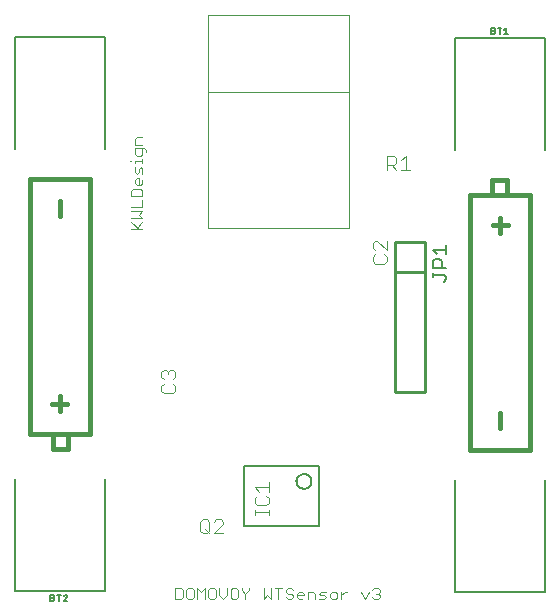
<source format=gbr>
G75*
G70*
%OFA0B0*%
%FSLAX24Y24*%
%IPPOS*%
%LPD*%
%AMOC8*
5,1,8,0,0,1.08239X$1,22.5*
%
%ADD10C,0.0030*%
%ADD11C,0.0040*%
%ADD12C,0.0100*%
%ADD13C,0.0050*%
%ADD14C,0.0080*%
%ADD15C,0.0160*%
%ADD16C,0.0039*%
D10*
X006538Y000675D02*
X006724Y000675D01*
X006785Y000737D01*
X006785Y000984D01*
X006724Y001045D01*
X006538Y001045D01*
X006538Y000675D01*
X006907Y000737D02*
X006968Y000675D01*
X007092Y000675D01*
X007154Y000737D01*
X007154Y000984D01*
X007092Y001045D01*
X006968Y001045D01*
X006907Y000984D01*
X006907Y000737D01*
X007275Y000675D02*
X007275Y001045D01*
X007398Y000922D01*
X007522Y001045D01*
X007522Y000675D01*
X007643Y000737D02*
X007705Y000675D01*
X007829Y000675D01*
X007890Y000737D01*
X007890Y000984D01*
X007829Y001045D01*
X007705Y001045D01*
X007643Y000984D01*
X007643Y000737D01*
X008012Y000798D02*
X008012Y001045D01*
X008259Y001045D02*
X008259Y000798D01*
X008135Y000675D01*
X008012Y000798D01*
X008380Y000737D02*
X008442Y000675D01*
X008565Y000675D01*
X008627Y000737D01*
X008627Y000984D01*
X008565Y001045D01*
X008442Y001045D01*
X008380Y000984D01*
X008380Y000737D01*
X008748Y000984D02*
X008748Y001045D01*
X008748Y000984D02*
X008872Y000860D01*
X008872Y000675D01*
X008872Y000860D02*
X008995Y000984D01*
X008995Y001045D01*
X009485Y001045D02*
X009485Y000675D01*
X009608Y000798D01*
X009732Y000675D01*
X009732Y001045D01*
X009853Y001045D02*
X010100Y001045D01*
X009977Y001045D02*
X009977Y000675D01*
X010222Y000737D02*
X010283Y000675D01*
X010407Y000675D01*
X010468Y000737D01*
X010468Y000798D01*
X010407Y000860D01*
X010283Y000860D01*
X010222Y000922D01*
X010222Y000984D01*
X010283Y001045D01*
X010407Y001045D01*
X010468Y000984D01*
X010590Y000860D02*
X010652Y000922D01*
X010775Y000922D01*
X010837Y000860D01*
X010837Y000798D01*
X010590Y000798D01*
X010590Y000737D02*
X010590Y000860D01*
X010590Y000737D02*
X010652Y000675D01*
X010775Y000675D01*
X010958Y000675D02*
X010958Y000922D01*
X011143Y000922D01*
X011205Y000860D01*
X011205Y000675D01*
X011326Y000675D02*
X011512Y000675D01*
X011573Y000737D01*
X011512Y000798D01*
X011388Y000798D01*
X011326Y000860D01*
X011388Y000922D01*
X011573Y000922D01*
X011695Y000860D02*
X011695Y000737D01*
X011757Y000675D01*
X011880Y000675D01*
X011942Y000737D01*
X011942Y000860D01*
X011880Y000922D01*
X011757Y000922D01*
X011695Y000860D01*
X012063Y000798D02*
X012187Y000922D01*
X012248Y000922D01*
X012063Y000922D02*
X012063Y000675D01*
X012738Y000922D02*
X012862Y000675D01*
X012985Y000922D01*
X013107Y000984D02*
X013168Y001045D01*
X013292Y001045D01*
X013354Y000984D01*
X013354Y000922D01*
X013292Y000860D01*
X013354Y000798D01*
X013354Y000737D01*
X013292Y000675D01*
X013168Y000675D01*
X013107Y000737D01*
X013230Y000860D02*
X013292Y000860D01*
X005445Y012995D02*
X005075Y012995D01*
X005260Y013057D02*
X005445Y013242D01*
X005445Y013363D02*
X005322Y013487D01*
X005445Y013610D01*
X005075Y013610D01*
X005075Y013732D02*
X005445Y013732D01*
X005445Y013979D01*
X005445Y014100D02*
X005445Y014285D01*
X005383Y014347D01*
X005136Y014347D01*
X005075Y014285D01*
X005075Y014100D01*
X005445Y014100D01*
X005383Y014468D02*
X005260Y014468D01*
X005198Y014530D01*
X005198Y014653D01*
X005260Y014715D01*
X005322Y014715D01*
X005322Y014468D01*
X005383Y014468D02*
X005445Y014530D01*
X005445Y014653D01*
X005445Y014837D02*
X005445Y015022D01*
X005383Y015083D01*
X005322Y015022D01*
X005322Y014898D01*
X005260Y014837D01*
X005198Y014898D01*
X005198Y015083D01*
X005198Y015205D02*
X005198Y015267D01*
X005445Y015267D01*
X005445Y015328D02*
X005445Y015205D01*
X005383Y015450D02*
X005445Y015512D01*
X005445Y015697D01*
X005507Y015697D02*
X005198Y015697D01*
X005198Y015512D01*
X005260Y015450D01*
X005383Y015450D01*
X005568Y015574D02*
X005568Y015636D01*
X005507Y015697D01*
X005445Y015819D02*
X005198Y015819D01*
X005198Y016004D01*
X005260Y016066D01*
X005445Y016066D01*
X005075Y015267D02*
X005013Y015267D01*
X005075Y013363D02*
X005445Y013363D01*
X005322Y012995D02*
X005075Y013242D01*
D11*
X006146Y008317D02*
X006223Y008317D01*
X006300Y008241D01*
X006377Y008317D01*
X006453Y008317D01*
X006530Y008241D01*
X006530Y008087D01*
X006453Y008010D01*
X006453Y007857D02*
X006530Y007780D01*
X006530Y007627D01*
X006453Y007550D01*
X006146Y007550D01*
X006070Y007627D01*
X006070Y007780D01*
X006146Y007857D01*
X006146Y008010D02*
X006070Y008087D01*
X006070Y008241D01*
X006146Y008317D01*
X006300Y008241D02*
X006300Y008164D01*
X009647Y004567D02*
X009647Y004260D01*
X009647Y004413D02*
X009187Y004413D01*
X009340Y004260D01*
X009264Y004106D02*
X009187Y004029D01*
X009187Y003876D01*
X009264Y003799D01*
X009571Y003799D01*
X009647Y003876D01*
X009647Y004029D01*
X009571Y004106D01*
X009647Y003646D02*
X009647Y003492D01*
X009647Y003569D02*
X009187Y003569D01*
X009187Y003492D02*
X009187Y003646D01*
X008137Y003254D02*
X008061Y003330D01*
X007907Y003330D01*
X007830Y003254D01*
X007677Y003254D02*
X007677Y002947D01*
X007600Y002870D01*
X007447Y002870D01*
X007370Y002947D01*
X007370Y003254D01*
X007447Y003330D01*
X007600Y003330D01*
X007677Y003254D01*
X007523Y003023D02*
X007677Y002870D01*
X007830Y002870D02*
X008137Y003177D01*
X008137Y003254D01*
X008137Y002870D02*
X007830Y002870D01*
X013197Y011855D02*
X013504Y011855D01*
X013580Y011932D01*
X013580Y012085D01*
X013504Y012162D01*
X013580Y012315D02*
X013273Y012622D01*
X013197Y012622D01*
X013120Y012545D01*
X013120Y012392D01*
X013197Y012315D01*
X013197Y012162D02*
X013120Y012085D01*
X013120Y011932D01*
X013197Y011855D01*
X013580Y012315D02*
X013580Y012622D01*
X013599Y014990D02*
X013599Y015450D01*
X013829Y015450D01*
X013906Y015374D01*
X013906Y015220D01*
X013829Y015143D01*
X013599Y015143D01*
X013753Y015143D02*
X013906Y014990D01*
X014060Y014990D02*
X014367Y014990D01*
X014213Y014990D02*
X014213Y015450D01*
X014060Y015297D01*
D12*
X013869Y012581D02*
X014869Y012581D01*
X014869Y011581D01*
X013869Y011581D01*
X013869Y012581D02*
X013869Y007581D01*
X014869Y007581D01*
X014869Y011581D01*
D13*
X015113Y011555D02*
X015113Y011405D01*
X015113Y011480D02*
X015489Y011480D01*
X015564Y011405D01*
X015564Y011330D01*
X015489Y011255D01*
X015564Y011716D02*
X015113Y011716D01*
X015113Y011941D01*
X015188Y012016D01*
X015339Y012016D01*
X015414Y011941D01*
X015414Y011716D01*
X015564Y012176D02*
X015564Y012476D01*
X015564Y012326D02*
X015113Y012326D01*
X015264Y012176D01*
X011327Y005100D02*
X008827Y005100D01*
X008827Y003100D01*
X011327Y003100D01*
X011327Y005100D01*
X010577Y004600D02*
X010579Y004631D01*
X010585Y004662D01*
X010595Y004692D01*
X010608Y004720D01*
X010625Y004747D01*
X010645Y004771D01*
X010668Y004793D01*
X010693Y004811D01*
X010721Y004826D01*
X010750Y004838D01*
X010780Y004846D01*
X010811Y004850D01*
X010843Y004850D01*
X010874Y004846D01*
X010904Y004838D01*
X010933Y004826D01*
X010961Y004811D01*
X010986Y004793D01*
X011009Y004771D01*
X011029Y004747D01*
X011046Y004720D01*
X011059Y004692D01*
X011069Y004662D01*
X011075Y004631D01*
X011077Y004600D01*
X011075Y004569D01*
X011069Y004538D01*
X011059Y004508D01*
X011046Y004480D01*
X011029Y004453D01*
X011009Y004429D01*
X010986Y004407D01*
X010961Y004389D01*
X010933Y004374D01*
X010904Y004362D01*
X010874Y004354D01*
X010843Y004350D01*
X010811Y004350D01*
X010780Y004354D01*
X010750Y004362D01*
X010721Y004374D01*
X010693Y004389D01*
X010668Y004407D01*
X010645Y004429D01*
X010625Y004453D01*
X010608Y004480D01*
X010595Y004508D01*
X010585Y004538D01*
X010579Y004569D01*
X010577Y004600D01*
X002942Y000783D02*
X002911Y000815D01*
X002847Y000815D01*
X002815Y000783D01*
X002721Y000815D02*
X002595Y000815D01*
X002658Y000815D02*
X002658Y000625D01*
X002815Y000625D02*
X002942Y000752D01*
X002942Y000783D01*
X002942Y000625D02*
X002815Y000625D01*
X002500Y000657D02*
X002469Y000625D01*
X002374Y000625D01*
X002374Y000815D01*
X002469Y000815D01*
X002500Y000783D01*
X002500Y000752D01*
X002469Y000720D01*
X002374Y000720D01*
X002469Y000720D02*
X002500Y000688D01*
X002500Y000657D01*
X017062Y019515D02*
X017158Y019515D01*
X017189Y019547D01*
X017189Y019578D01*
X017158Y019610D01*
X017062Y019610D01*
X017062Y019515D02*
X017062Y019705D01*
X017158Y019705D01*
X017189Y019673D01*
X017189Y019642D01*
X017158Y019610D01*
X017283Y019705D02*
X017410Y019705D01*
X017347Y019705D02*
X017347Y019515D01*
X017504Y019515D02*
X017631Y019515D01*
X017568Y019515D02*
X017568Y019705D01*
X017504Y019642D01*
D14*
X001180Y004690D02*
X001180Y000960D01*
X004180Y000960D01*
X004180Y004690D01*
X004180Y015690D02*
X004180Y019420D01*
X001180Y019420D01*
X001180Y015690D01*
X015869Y015640D02*
X015869Y019370D01*
X018869Y019370D01*
X018869Y015640D01*
X018869Y004640D02*
X018869Y000910D01*
X015869Y000910D01*
X015869Y004640D01*
D15*
X016369Y005640D02*
X018369Y005640D01*
X018369Y014140D01*
X017599Y014140D01*
X017599Y014640D01*
X017099Y014640D01*
X017099Y014140D01*
X016369Y014140D01*
X016369Y005640D01*
X017369Y006390D02*
X017369Y006890D01*
X017369Y012890D02*
X017369Y013390D01*
X017619Y013140D02*
X017119Y013140D01*
X017099Y014140D02*
X017599Y014140D01*
X003680Y014690D02*
X003680Y006190D01*
X002950Y006190D01*
X002950Y005690D01*
X002450Y005690D01*
X002450Y006190D01*
X002950Y006190D01*
X002450Y006190D02*
X001680Y006190D01*
X001680Y014690D01*
X003680Y014690D01*
X002680Y013940D02*
X002680Y013440D01*
X002680Y007440D02*
X002680Y006940D01*
X002430Y007190D02*
X002930Y007190D01*
D16*
X007616Y013060D02*
X007616Y017588D01*
X007616Y020147D01*
X012340Y020147D01*
X012340Y017588D01*
X007616Y017588D01*
X007616Y013060D02*
X012340Y013060D01*
X012340Y017588D01*
M02*

</source>
